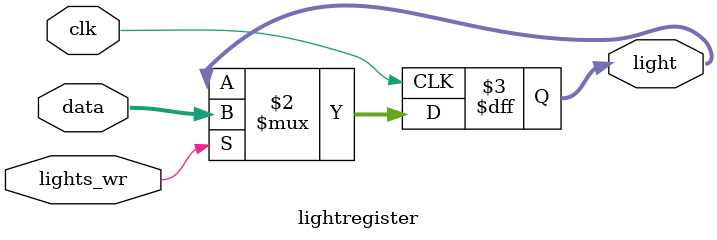
<source format=sv>
`timescale 1ns / 1ps


module lightregister(
input wire clk,
input wire lights_wr,
input wire [3:0] data,
output logic [3:0] light
);
     always_ff @(posedge clk)
       begin
           light <= lights_wr? data[3:0]: light;
          end             
endmodule

</source>
